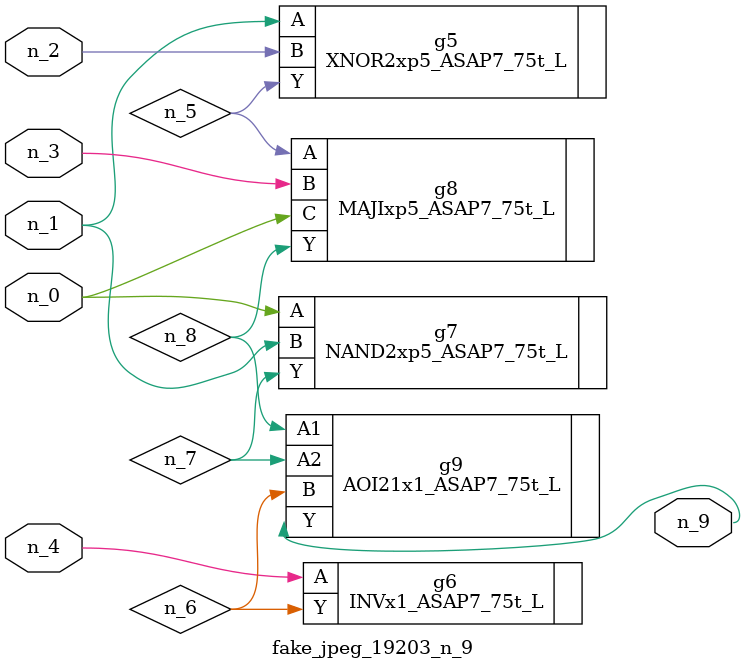
<source format=v>
module fake_jpeg_19203_n_9 (n_3, n_2, n_1, n_0, n_4, n_9);

input n_3;
input n_2;
input n_1;
input n_0;
input n_4;

output n_9;

wire n_8;
wire n_6;
wire n_5;
wire n_7;

XNOR2xp5_ASAP7_75t_L g5 ( 
.A(n_1),
.B(n_2),
.Y(n_5)
);

INVx1_ASAP7_75t_L g6 ( 
.A(n_4),
.Y(n_6)
);

NAND2xp5_ASAP7_75t_L g7 ( 
.A(n_0),
.B(n_1),
.Y(n_7)
);

MAJIxp5_ASAP7_75t_L g8 ( 
.A(n_5),
.B(n_3),
.C(n_0),
.Y(n_8)
);

AOI21x1_ASAP7_75t_L g9 ( 
.A1(n_8),
.A2(n_7),
.B(n_6),
.Y(n_9)
);


endmodule
</source>
